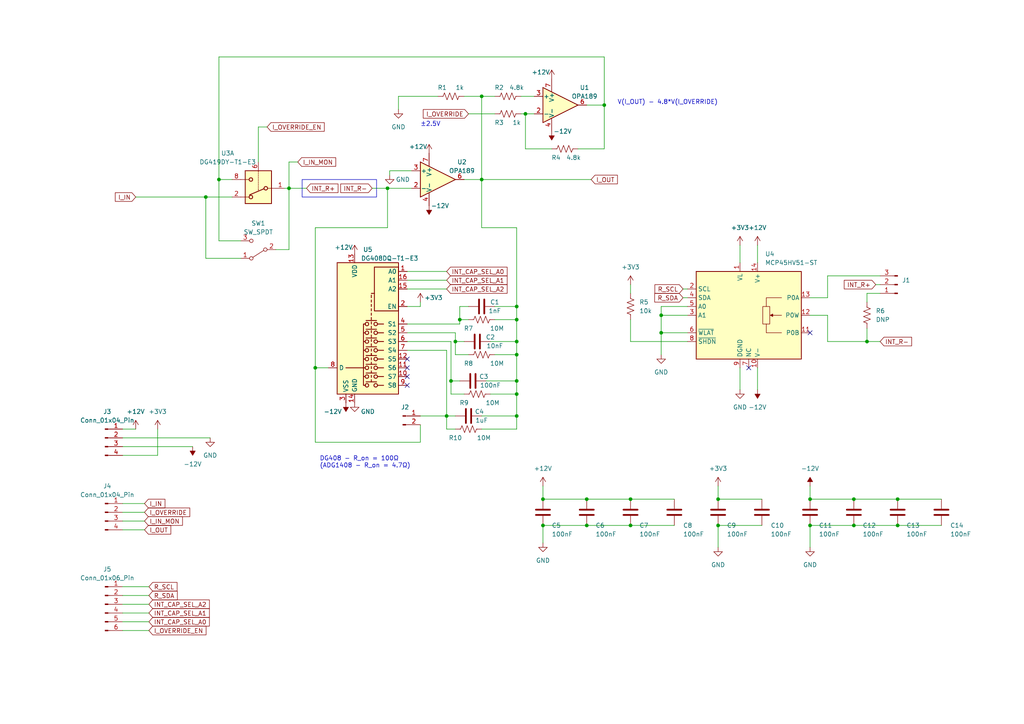
<source format=kicad_sch>
(kicad_sch (version 20230121) (generator eeschema)
  (paper "A4")
  (lib_symbols
    (symbol "Amplifier_Operational:OPA330xxD" (pin_names (offset 0.127))
      (property "Reference" "U" (at 0 6.35 0))
      (property "Value" "OPA330xxD" (at 0 3.81 0))
      (symbol "OPA330xxD_0_1"
        (polyline (pts (xy -5.08 5.08) (xy 5.08 0) (xy -5.08 -5.08) (xy -5.08 5.08)) (stroke (width 0.254)) (fill (type background)))
      )
      (symbol "OPA330xxD_1_1"
        (pin no_connect line (at -2.54 2.54 270) (length 2.54) hide (name "NC") (number "1"))
        (pin input line (at -7.62 -2.54 0) (length 2.54) (name "-") (number "2"))
        (pin input line (at -7.62 2.54 0) (length 2.54) (name "+") (number "3"))
        (pin power_in line (at -2.54 -7.62 90) (length 3.81) (name "V-") (number "4"))
        (pin no_connect line (at 0 2.54 270) (length 2.54) hide (name "NC") (number "5"))
        (pin output line (at 7.62 0 180) (length 2.54) (name "~") (number "6"))
        (pin power_in line (at -2.54 7.62 270) (length 3.81) (name "V+") (number "7"))
        (pin no_connect line (at 0 -2.54 90) (length 2.54) hide (name "NC") (number "8"))
      )
    )
    (symbol "Analog_Switch:ADG1408YRUZ"
      (property "Reference" "U" (at -7.62 23.495 0))
      (property "Value" "ADG1408YRUZ" (at -7.62 21.59 0))
      (symbol "ADG1408YRUZ_0_0"
        (pin power_in line (at 5.08 -20.32 90) (length 2.54) (name "GND") (number "14"))
      )
      (symbol "ADG1408YRUZ_0_1"
        (rectangle (start -7.62 6.35) (end -0.635 19.05) (stroke (width 0.254)))
        (rectangle (start -7.62 20.32) (end 10.16 -17.78) (stroke (width 0.254)) (fill (type background)))
        (circle (center -1.016 -15.24) (radius 0.508) (stroke (width 0.254)))
        (circle (center -1.016 -12.7) (radius 0.508) (stroke (width 0.254)))
        (circle (center -1.016 -10.16) (radius 0.508) (stroke (width 0.254)))
        (circle (center -1.016 -7.62) (radius 0.508) (stroke (width 0.254)))
        (circle (center -1.016 -5.08) (radius 0.508) (stroke (width 0.254)))
        (circle (center -1.016 -2.54) (radius 0.508) (stroke (width 0.254)))
        (circle (center -1.016 0) (radius 0.508) (stroke (width 0.254)))
        (circle (center -1.016 2.54) (radius 0.508) (stroke (width 0.254)))
        (polyline (pts (xy -1.524 -15.24) (xy -3.302 -15.24)) (stroke (width 0.254)))
        (polyline (pts (xy -1.524 -12.7) (xy -3.302 -12.7)) (stroke (width 0.254)))
        (polyline (pts (xy -1.524 -10.16) (xy -3.302 -10.16)) (stroke (width 0.254)))
        (polyline (pts (xy -1.524 -7.62) (xy -3.302 -7.62)) (stroke (width 0.254)))
        (polyline (pts (xy -1.524 -5.08) (xy -3.302 -5.08)) (stroke (width 0.254)))
        (polyline (pts (xy -1.524 -2.54) (xy -3.302 -2.54)) (stroke (width 0.254)))
        (polyline (pts (xy -1.524 0) (xy -3.302 0)) (stroke (width 0.254)))
        (polyline (pts (xy -1.524 2.54) (xy -3.302 2.54)) (stroke (width 0.254)))
        (polyline (pts (xy -1.27 -14.224) (xy 1.778 -14.224)) (stroke (width 0.254)))
        (polyline (pts (xy -1.27 -11.684) (xy 1.778 -11.684)) (stroke (width 0.254)))
        (polyline (pts (xy -1.27 -9.144) (xy 1.778 -9.144)) (stroke (width 0.254)))
        (polyline (pts (xy -1.27 -6.604) (xy 1.778 -6.604)) (stroke (width 0.254)))
        (polyline (pts (xy -1.27 -4.064) (xy 1.778 -4.064)) (stroke (width 0.254)))
        (polyline (pts (xy -1.27 -1.524) (xy 1.778 -1.524)) (stroke (width 0.254)))
        (polyline (pts (xy -1.27 1.016) (xy 1.778 1.016)) (stroke (width 0.254)))
        (polyline (pts (xy -1.27 3.556) (xy 1.778 3.556)) (stroke (width 0.254)))
        (polyline (pts (xy -0.635 11.43) (xy 0 11.43)) (stroke (width 0.254)))
        (polyline (pts (xy 0.254 -14.224) (xy 0.254 -13.589)) (stroke (width 0.254)))
        (polyline (pts (xy 0.254 -12.954) (xy 0.254 -12.319)) (stroke (width 0.254)))
        (polyline (pts (xy 0.254 -11.684) (xy 0.254 -11.049)) (stroke (width 0.254)))
        (polyline (pts (xy 0.254 -10.414) (xy 0.254 -9.779)) (stroke (width 0.254)))
        (polyline (pts (xy 0.254 -9.144) (xy 0.254 -8.509)) (stroke (width 0.254)))
        (polyline (pts (xy 0.254 -7.874) (xy 0.254 -7.239)) (stroke (width 0.254)))
        (polyline (pts (xy 0.254 -6.604) (xy 0.254 -5.969)) (stroke (width 0.254)))
        (polyline (pts (xy 0.254 -6.604) (xy 0.254 -5.969)) (stroke (width 0.254)))
        (polyline (pts (xy 0.254 -5.334) (xy 0.254 -4.699)) (stroke (width 0.254)))
        (polyline (pts (xy 0.254 -3.81) (xy 0.254 -3.175)) (stroke (width 0.254)))
        (polyline (pts (xy 0.254 -2.54) (xy 0.254 -1.905)) (stroke (width 0.254)))
        (polyline (pts (xy 0.254 -1.27) (xy 0.254 -0.635)) (stroke (width 0.254)))
        (polyline (pts (xy 0.254 0) (xy 0.254 0.635)) (stroke (width 0.254)))
        (polyline (pts (xy 0.254 1.27) (xy 0.254 1.905)) (stroke (width 0.254)))
        (polyline (pts (xy 0.254 2.54) (xy 0.254 3.175)) (stroke (width 0.254)))
        (polyline (pts (xy 0.254 3.81) (xy 0.254 4.445)) (stroke (width 0.254)))
        (polyline (pts (xy 0.254 5.08) (xy 0.254 5.715)) (stroke (width 0.254)))
        (polyline (pts (xy 0.254 6.35) (xy 0.254 6.985)) (stroke (width 0.254)))
        (polyline (pts (xy 0.254 7.62) (xy 0.254 8.255)) (stroke (width 0.254)))
        (polyline (pts (xy 0.254 8.89) (xy 0.254 9.525)) (stroke (width 0.254)))
        (polyline (pts (xy 0.254 10.16) (xy 0.254 10.922)) (stroke (width 0.254)))
        (polyline (pts (xy 0.254 11.43) (xy 0 11.43)) (stroke (width 0.254)))
        (polyline (pts (xy 2.032 -12.7) (xy 2.54 -12.7)) (stroke (width 0.254)))
        (polyline (pts (xy 2.032 -10.16) (xy 2.54 -10.16)) (stroke (width 0.254)))
        (polyline (pts (xy 2.032 -7.62) (xy 2.54 -7.62)) (stroke (width 0.254)))
        (polyline (pts (xy 2.032 -5.08) (xy 2.54 -5.08)) (stroke (width 0.254)))
        (polyline (pts (xy 2.032 -2.54) (xy 2.54 -2.54)) (stroke (width 0.254)))
        (polyline (pts (xy 2.032 0) (xy 2.54 0)) (stroke (width 0.254)))
        (polyline (pts (xy 2.54 -10.16) (xy 7.62 -10.16)) (stroke (width 0.254)))
        (polyline (pts (xy 1.905 2.54) (xy 2.54 2.54) (xy 2.54 -15.24) (xy 1.905 -15.24)) (stroke (width 0.254)))
        (circle (center 1.524 -15.24) (radius 0.508) (stroke (width 0.254)))
        (circle (center 1.524 -12.7) (radius 0.508) (stroke (width 0.254)))
        (circle (center 1.524 -10.16) (radius 0.508) (stroke (width 0.254)))
        (circle (center 1.524 -7.62) (radius 0.508) (stroke (width 0.254)))
        (circle (center 1.524 -5.08) (radius 0.508) (stroke (width 0.254)))
        (circle (center 1.524 -2.54) (radius 0.508) (stroke (width 0.254)))
        (circle (center 1.524 0) (radius 0.508) (stroke (width 0.254)))
        (circle (center 1.524 2.54) (radius 0.508) (stroke (width 0.254)))
      )
      (symbol "ADG1408YRUZ_1_1"
        (pin input line (at -10.16 17.78 0) (length 2.54) (name "A0") (number "1"))
        (pin bidirectional line (at -10.16 -12.7 0) (length 2.54) (name "S7") (number "10"))
        (pin bidirectional line (at -10.16 -10.16 0) (length 2.54) (name "S6") (number "11"))
        (pin bidirectional line (at -10.16 -7.62 0) (length 2.54) (name "S5") (number "12"))
        (pin power_in line (at 5.08 22.86 270) (length 2.54) (name "VDD") (number "13"))
        (pin input line (at -10.16 12.7 0) (length 2.54) (name "A2") (number "15"))
        (pin input line (at -10.16 15.24 0) (length 2.54) (name "A1") (number "16"))
        (pin input line (at -10.16 7.62 0) (length 2.54) (name "EN") (number "2"))
        (pin power_in line (at 7.62 -20.32 90) (length 2.54) (name "VSS") (number "3"))
        (pin bidirectional line (at -10.16 2.54 0) (length 2.54) (name "S1") (number "4"))
        (pin bidirectional line (at -10.16 0 0) (length 2.54) (name "S2") (number "5"))
        (pin bidirectional line (at -10.16 -2.54 0) (length 2.54) (name "S3") (number "6"))
        (pin bidirectional line (at -10.16 -5.08 0) (length 2.54) (name "S4") (number "7"))
        (pin bidirectional line (at 12.7 -10.16 180) (length 2.54) (name "D") (number "8"))
        (pin bidirectional line (at -10.16 -15.24 0) (length 2.54) (name "S8") (number "9"))
      )
    )
    (symbol "Analog_Switch:DG419LDY" (pin_names (offset 0.254))
      (property "Reference" "U" (at -3.175 4.699 0))
      (property "Value" "DG419LDY" (at -3.175 2.921 0))
      (symbol "DG419LDY_1_1"
        (rectangle (start -3.81 1.905) (end 3.81 -7.62) (stroke (width 0.254)) (fill (type background)))
        (circle (center -2.159 -2.54) (radius 0.508) (stroke (width 0.254)))
        (polyline (pts (xy -5.08 -2.54) (xy -2.794 -2.54)))
        (polyline (pts (xy -1.651 -2.413) (xy 2.54 -0.635)) (stroke (width 0.254)))
        (polyline (pts (xy 0 -7.62) (xy 0 -7.112)))
        (polyline (pts (xy 0 -6.858) (xy 0 -6.604)))
        (polyline (pts (xy 0 -6.35) (xy 0 -6.096)))
        (polyline (pts (xy 0 -5.842) (xy 0 -5.588)))
        (polyline (pts (xy 0 -5.334) (xy 0 -5.08)))
        (polyline (pts (xy 0 -4.826) (xy 0 -4.572)))
        (polyline (pts (xy 0 -4.318) (xy 0 -4.064)))
        (polyline (pts (xy 0 -3.81) (xy 0 -3.556)))
        (polyline (pts (xy 0 -3.302) (xy 0 -3.048)))
        (polyline (pts (xy 0 -2.794) (xy 0 -2.54)))
        (polyline (pts (xy 0 -2.286) (xy 0 -2.032)))
        (polyline (pts (xy 0 -2.286) (xy 0 -2.032)))
        (polyline (pts (xy 5.08 -5.08) (xy 2.794 -5.08)))
        (polyline (pts (xy 5.08 0) (xy 2.794 0)))
        (circle (center 2.159 -5.08) (radius 0.508) (stroke (width 0.254)))
        (circle (center 2.159 0) (radius 0.508) (stroke (width 0.254)))
        (pin passive line (at -7.62 -2.54 0) (length 2.54) (name "~") (number "1"))
        (pin passive line (at 7.62 0 180) (length 2.54) (name "~") (number "2"))
        (pin input line (at 0 -10.16 90) (length 2.54) (name "~") (number "6"))
        (pin passive line (at 7.62 -5.08 180) (length 2.54) (name "~") (number "8"))
      )
      (symbol "DG419LDY_2_0"
        (pin power_in line (at 0 -12.7 90) (length 2.54) (name "GND") (number "3"))
        (pin power_in line (at 0 12.7 270) (length 2.54) (name "V+") (number "4"))
        (pin power_in line (at 2.54 12.7 270) (length 2.54) (name "VL") (number "5"))
        (pin power_in line (at 2.54 -12.7 90) (length 2.54) (name "V-") (number "7"))
      )
      (symbol "DG419LDY_2_1"
        (rectangle (start -3.81 10.16) (end 6.35 -10.16) (stroke (width 0.254)) (fill (type background)))
      )
    )
    (symbol "Connector:Conn_01x02_Pin" (pin_names (offset 1.016) hide)
      (property "Reference" "J" (at 0 2.54 0))
      (property "Value" "Conn_01x02_Pin" (at 0 -5.08 0))
      (symbol "Conn_01x02_Pin_1_1"
        (polyline (pts (xy 1.27 -2.54) (xy 0.8636 -2.54)) (stroke (width 0.1524)))
        (polyline (pts (xy 1.27 0) (xy 0.8636 0)) (stroke (width 0.1524)))
        (rectangle (start 0.8636 -2.413) (end 0 -2.667) (stroke (width 0.1524)) (fill (type outline)))
        (rectangle (start 0.8636 0.127) (end 0 -0.127) (stroke (width 0.1524)) (fill (type outline)))
        (pin passive line (at 5.08 0 180) (length 3.81) (name "Pin_1") (number "1"))
        (pin passive line (at 5.08 -2.54 180) (length 3.81) (name "Pin_2") (number "2"))
      )
    )
    (symbol "Connector:Conn_01x03_Pin" (pin_names (offset 1.016) hide)
      (property "Reference" "J" (at 0 5.08 0))
      (property "Value" "Conn_01x03_Pin" (at 0 -5.08 0))
      (symbol "Conn_01x03_Pin_1_1"
        (polyline (pts (xy 1.27 -2.54) (xy 0.8636 -2.54)) (stroke (width 0.1524)))
        (polyline (pts (xy 1.27 0) (xy 0.8636 0)) (stroke (width 0.1524)))
        (polyline (pts (xy 1.27 2.54) (xy 0.8636 2.54)) (stroke (width 0.1524)))
        (rectangle (start 0.8636 -2.413) (end 0 -2.667) (stroke (width 0.1524)) (fill (type outline)))
        (rectangle (start 0.8636 0.127) (end 0 -0.127) (stroke (width 0.1524)) (fill (type outline)))
        (rectangle (start 0.8636 2.667) (end 0 2.413) (stroke (width 0.1524)) (fill (type outline)))
        (pin passive line (at 5.08 2.54 180) (length 3.81) (name "Pin_1") (number "1"))
        (pin passive line (at 5.08 0 180) (length 3.81) (name "Pin_2") (number "2"))
        (pin passive line (at 5.08 -2.54 180) (length 3.81) (name "Pin_3") (number "3"))
      )
    )
    (symbol "Connector:Conn_01x04_Pin" (pin_names (offset 1.016) hide)
      (property "Reference" "J" (at 0 5.08 0))
      (property "Value" "Conn_01x04_Pin" (at 0 -7.62 0))
      (symbol "Conn_01x04_Pin_1_1"
        (polyline (pts (xy 1.27 -5.08) (xy 0.8636 -5.08)) (stroke (width 0.1524)))
        (polyline (pts (xy 1.27 -2.54) (xy 0.8636 -2.54)) (stroke (width 0.1524)))
        (polyline (pts (xy 1.27 0) (xy 0.8636 0)) (stroke (width 0.1524)))
        (polyline (pts (xy 1.27 2.54) (xy 0.8636 2.54)) (stroke (width 0.1524)))
        (rectangle (start 0.8636 -4.953) (end 0 -5.207) (stroke (width 0.1524)) (fill (type outline)))
        (rectangle (start 0.8636 -2.413) (end 0 -2.667) (stroke (width 0.1524)) (fill (type outline)))
        (rectangle (start 0.8636 0.127) (end 0 -0.127) (stroke (width 0.1524)) (fill (type outline)))
        (rectangle (start 0.8636 2.667) (end 0 2.413) (stroke (width 0.1524)) (fill (type outline)))
        (pin passive line (at 5.08 2.54 180) (length 3.81) (name "Pin_1") (number "1"))
        (pin passive line (at 5.08 0 180) (length 3.81) (name "Pin_2") (number "2"))
        (pin passive line (at 5.08 -2.54 180) (length 3.81) (name "Pin_3") (number "3"))
        (pin passive line (at 5.08 -5.08 180) (length 3.81) (name "Pin_4") (number "4"))
      )
    )
    (symbol "Connector:Conn_01x06_Pin" (pin_names (offset 1.016) hide)
      (property "Reference" "J" (at 0 7.62 0))
      (property "Value" "Conn_01x06_Pin" (at 0 -10.16 0))
      (symbol "Conn_01x06_Pin_1_1"
        (polyline (pts (xy 1.27 -7.62) (xy 0.8636 -7.62)) (stroke (width 0.1524)))
        (polyline (pts (xy 1.27 -5.08) (xy 0.8636 -5.08)) (stroke (width 0.1524)))
        (polyline (pts (xy 1.27 -2.54) (xy 0.8636 -2.54)) (stroke (width 0.1524)))
        (polyline (pts (xy 1.27 0) (xy 0.8636 0)) (stroke (width 0.1524)))
        (polyline (pts (xy 1.27 2.54) (xy 0.8636 2.54)) (stroke (width 0.1524)))
        (polyline (pts (xy 1.27 5.08) (xy 0.8636 5.08)) (stroke (width 0.1524)))
        (rectangle (start 0.8636 -7.493) (end 0 -7.747) (stroke (width 0.1524)) (fill (type outline)))
        (rectangle (start 0.8636 -4.953) (end 0 -5.207) (stroke (width 0.1524)) (fill (type outline)))
        (rectangle (start 0.8636 -2.413) (end 0 -2.667) (stroke (width 0.1524)) (fill (type outline)))
        (rectangle (start 0.8636 0.127) (end 0 -0.127) (stroke (width 0.1524)) (fill (type outline)))
        (rectangle (start 0.8636 2.667) (end 0 2.413) (stroke (width 0.1524)) (fill (type outline)))
        (rectangle (start 0.8636 5.207) (end 0 4.953) (stroke (width 0.1524)) (fill (type outline)))
        (pin passive line (at 5.08 5.08 180) (length 3.81) (name "Pin_1") (number "1"))
        (pin passive line (at 5.08 2.54 180) (length 3.81) (name "Pin_2") (number "2"))
        (pin passive line (at 5.08 0 180) (length 3.81) (name "Pin_3") (number "3"))
        (pin passive line (at 5.08 -2.54 180) (length 3.81) (name "Pin_4") (number "4"))
        (pin passive line (at 5.08 -5.08 180) (length 3.81) (name "Pin_5") (number "5"))
        (pin passive line (at 5.08 -7.62 180) (length 3.81) (name "Pin_6") (number "6"))
      )
    )
    (symbol "Device:C" (pin_numbers hide) (pin_names (offset 0.254))
      (property "Reference" "C" (at 0.635 2.54 0))
      (property "Value" "C" (at 0.635 -2.54 0))
      (symbol "C_0_1"
        (polyline (pts (xy -2.032 -0.762) (xy 2.032 -0.762)) (stroke (width 0.508)))
        (polyline (pts (xy -2.032 0.762) (xy 2.032 0.762)) (stroke (width 0.508)))
      )
      (symbol "C_1_1"
        (pin passive line (at 0 3.81 270) (length 2.794) (name "~") (number "1"))
        (pin passive line (at 0 -3.81 90) (length 2.794) (name "~") (number "2"))
      )
    )
    (symbol "Device:R_US" (pin_numbers hide) (pin_names (offset 0))
      (property "Reference" "R" (at 2.54 0 90))
      (property "Value" "R_US" (at -2.54 0 90))
      (symbol "R_US_0_1"
        (polyline (pts (xy 0 -2.286) (xy 0 -2.54)))
        (polyline (pts (xy 0 2.286) (xy 0 2.54)))
        (polyline (pts (xy 0 -0.762) (xy 1.016 -1.143) (xy 0 -1.524) (xy -1.016 -1.905) (xy 0 -2.286)))
        (polyline (pts (xy 0 0.762) (xy 1.016 0.381) (xy 0 0) (xy -1.016 -0.381) (xy 0 -0.762)))
        (polyline (pts (xy 0 2.286) (xy 1.016 1.905) (xy 0 1.524) (xy -1.016 1.143) (xy 0 0.762)))
      )
      (symbol "R_US_1_1"
        (pin passive line (at 0 3.81 270) (length 1.27) (name "~") (number "1"))
        (pin passive line (at 0 -3.81 90) (length 1.27) (name "~") (number "2"))
      )
    )
    (symbol "Potentiometer_Digital:MCP45HV51-ST"
      (property "Reference" "U" (at -13.97 13.97 0))
      (property "Value" "MCP45HV51-ST" (at 11.43 13.97 0))
      (symbol "MCP45HV51-ST_0_1"
        (polyline (pts (xy 9.525 0) (xy 6.223 0)))
        (polyline (pts (xy 5.08 -2.54) (xy 5.08 -5.08) (xy 9.525 -5.08)))
        (polyline (pts (xy 5.08 2.54) (xy 5.08 5.08) (xy 9.525 5.08)))
        (polyline (pts (xy 6.223 0) (xy 6.985 0.381) (xy 6.985 -0.381) (xy 6.223 0)) (fill (type outline)))
        (polyline (pts (xy 6.096 2.54) (xy 4.064 2.54) (xy 4.064 -2.54) (xy 6.096 -2.54) (xy 6.096 2.54)))
      )
      (symbol "MCP45HV51-ST_1_1"
        (rectangle (start -15.24 12.7) (end 15.24 -12.7) (stroke (width 0.254)) (fill (type background)))
        (pin power_in line (at -2.54 15.24 270) (length 2.54) (name "VL") (number "1"))
        (pin power_in line (at 2.54 -15.24 90) (length 2.54) (name "V-") (number "10"))
        (pin passive line (at 17.78 -5.08 180) (length 2.54) (name "P0B") (number "11"))
        (pin passive line (at 17.78 0 180) (length 2.54) (name "P0W") (number "12"))
        (pin passive line (at 17.78 5.08 180) (length 2.54) (name "P0A") (number "13"))
        (pin power_in line (at 2.54 15.24 270) (length 2.54) (name "V+") (number "14"))
        (pin input line (at -17.78 7.62 0) (length 2.54) (name "SCL") (number "2"))
        (pin input line (at -17.78 0 0) (length 2.54) (name "A1") (number "3"))
        (pin bidirectional line (at -17.78 5.08 0) (length 2.54) (name "SDA") (number "4"))
        (pin input line (at -17.78 2.54 0) (length 2.54) (name "A0") (number "5"))
        (pin input line (at -17.78 -5.08 0) (length 2.54) (name "~{WLAT}") (number "6"))
        (pin passive line (at 0 -15.24 90) (length 2.54) (name "NC") (number "7"))
        (pin input line (at -17.78 -7.62 0) (length 2.54) (name "~{SHDN}") (number "8"))
        (pin power_in line (at -2.54 -15.24 90) (length 2.54) (name "DGND") (number "9"))
      )
    )
    (symbol "Switch:SW_SPDT" (pin_names (offset 0) hide)
      (property "Reference" "SW" (at 0 4.318 0))
      (property "Value" "SW_SPDT" (at 0 -5.08 0))
      (symbol "SW_SPDT_0_0"
        (circle (center -2.032 0) (radius 0.508))
        (circle (center 2.032 -2.54) (radius 0.508))
      )
      (symbol "SW_SPDT_0_1"
        (polyline (pts (xy -1.524 0.254) (xy 1.651 2.286)))
        (circle (center 2.032 2.54) (radius 0.508))
      )
      (symbol "SW_SPDT_1_1"
        (pin passive line (at 5.08 2.54 180) (length 2.54) (name "A") (number "1"))
        (pin passive line (at -5.08 0 0) (length 2.54) (name "B") (number "2"))
        (pin passive line (at 5.08 -2.54 180) (length 2.54) (name "C") (number "3"))
      )
    )
    (symbol "power:+12V" (power) (pin_names (offset 0))
      (property "Value" "+12V" (at 0 3.556 0))
      (symbol "+12V_0_1"
        (polyline (pts (xy -0.762 1.27) (xy 0 2.54)))
        (polyline (pts (xy 0 0) (xy 0 2.54)))
        (polyline (pts (xy 0 2.54) (xy 0.762 1.27)))
      )
      (symbol "+12V_1_1"
        (pin power_in line (at 0 0 90) (length 0) hide (name "+12V") (number "1"))
      )
    )
    (symbol "power:+3V3" (power) (pin_names (offset 0))
      (property "Value" "+3V3" (at 0 3.556 0))
      (symbol "+3V3_0_1"
        (polyline (pts (xy -0.762 1.27) (xy 0 2.54)))
        (polyline (pts (xy 0 0) (xy 0 2.54)))
        (polyline (pts (xy 0 2.54) (xy 0.762 1.27)))
      )
      (symbol "+3V3_1_1"
        (pin power_in line (at 0 0 90) (length 0) hide (name "+3V3") (number "1"))
      )
    )
    (symbol "power:-12V" (power) (pin_names (offset 0))
      (property "Value" "-12V" (at 0 3.81 0))
      (symbol "-12V_0_0"
        (pin power_in line (at 0 0 90) (length 0) hide (name "-12V") (number "1"))
      )
      (symbol "-12V_0_1"
        (polyline (pts (xy 0 0) (xy 0 1.27) (xy 0.762 1.27) (xy 0 2.54) (xy -0.762 1.27) (xy 0 1.27)) (fill (type outline)))
      )
    )
    (symbol "power:GND" (power) (pin_names (offset 0))
      (property "Value" "GND" (at 0 -3.81 0))
      (symbol "GND_0_1"
        (polyline (pts (xy 0 0) (xy 0 -1.27) (xy 1.27 -1.27) (xy 0 -2.54) (xy -1.27 -1.27) (xy 0 -1.27)))
      )
      (symbol "GND_1_1"
        (pin power_in line (at 0 0 270) (length 0) hide (name "GND") (number "1"))
      )
    )
  )
  (junction (at 191.77 96.52))
  (junction (at 170.18 144.78))
  (junction (at 133.35 92.71))
  (junction (at 170.18 152.4))
  (junction (at 91.44 106.68))
  (junction (at 63.5 52.07))
  (junction (at 182.88 144.78))
  (junction (at 182.88 152.4))
  (junction (at 157.48 144.78))
  (junction (at 208.28 152.4))
  (junction (at 260.35 152.4))
  (junction (at 112.395 54.61))
  (junction (at 175.26 30.48))
  (junction (at 191.77 91.44))
  (junction (at 149.86 110.49))
  (junction (at 130.81 110.49))
  (junction (at 59.69 57.15))
  (junction (at 139.7 27.94))
  (junction (at 149.86 114.3))
  (junction (at 83.82 54.61))
  (junction (at 247.65 152.4))
  (junction (at 129.54 120.65))
  (junction (at 149.86 102.87))
  (junction (at 208.28 144.78))
  (junction (at 149.86 92.71))
  (junction (at 260.35 144.78))
  (junction (at 152.4 33.02))
  (junction (at 234.95 152.4))
  (junction (at 149.86 99.06))
  (junction (at 132.08 99.06))
  (junction (at 139.7 52.07))
  (junction (at 149.86 120.65))
  (junction (at 251.46 99.06))
  (junction (at 234.95 144.78))
  (junction (at 149.86 88.9))
  (junction (at 247.65 144.78))
  (junction (at 157.48 152.4))
  (no_connect (at 118.11 104.14))
  (no_connect (at 234.95 96.52))
  (no_connect (at 118.11 109.22))
  (no_connect (at 217.17 106.68))
  (no_connect (at 118.11 106.68))
  (no_connect (at 118.11 111.76))
  (wire (pts (xy 175.26 30.48) (xy 175.26 16.51)))
  (wire (pts (xy 35.56 175.26) (xy 43.18 175.26)))
  (wire (pts (xy 80.01 72.39) (xy 83.82 72.39)))
  (wire (pts (xy 135.89 33.02) (xy 143.51 33.02)))
  (wire (pts (xy 139.7 27.94) (xy 143.51 27.94)))
  (wire (pts (xy 182.88 152.4) (xy 195.58 152.4)))
  (wire (pts (xy 149.86 88.9) (xy 143.51 88.9)))
  (wire (pts (xy 254 82.55) (xy 255.27 82.55)))
  (wire (pts (xy 134.62 27.94) (xy 139.7 27.94)))
  (wire (pts (xy 133.35 92.71) (xy 133.35 88.9)))
  (wire (pts (xy 35.56 153.67) (xy 41.91 153.67)))
  (wire (pts (xy 199.39 96.52) (xy 191.77 96.52)))
  (wire (pts (xy 251.46 87.63) (xy 251.46 85.09)))
  (wire (pts (xy 182.88 92.71) (xy 182.88 99.06)))
  (wire (pts (xy 35.56 127) (xy 60.96 127)))
  (wire (pts (xy 115.57 27.94) (xy 115.57 31.75)))
  (wire (pts (xy 129.54 124.46) (xy 129.54 120.65)))
  (wire (pts (xy 240.03 80.01) (xy 240.03 86.36)))
  (wire (pts (xy 234.95 144.78) (xy 247.65 144.78)))
  (wire (pts (xy 130.81 110.49) (xy 133.35 110.49)))
  (wire (pts (xy 198.12 86.36) (xy 199.39 86.36)))
  (wire (pts (xy 182.88 82.55) (xy 182.88 85.09)))
  (wire (pts (xy 63.5 52.07) (xy 63.5 69.85)))
  (wire (pts (xy 118.11 81.28) (xy 129.54 81.28)))
  (wire (pts (xy 240.03 86.36) (xy 234.95 86.36)))
  (wire (pts (xy 39.37 57.15) (xy 59.69 57.15)))
  (wire (pts (xy 35.56 129.54) (xy 55.88 129.54)))
  (wire (pts (xy 113.03 49.53) (xy 113.03 50.8)))
  (wire (pts (xy 118.11 101.6) (xy 129.54 101.6)))
  (wire (pts (xy 191.77 88.9) (xy 199.39 88.9)))
  (wire (pts (xy 143.51 102.87) (xy 149.86 102.87)))
  (wire (pts (xy 149.86 102.87) (xy 149.86 110.49)))
  (wire (pts (xy 208.28 140.97) (xy 208.28 144.78)))
  (wire (pts (xy 130.81 114.3) (xy 134.62 114.3)))
  (wire (pts (xy 170.18 30.48) (xy 175.26 30.48)))
  (wire (pts (xy 199.39 99.06) (xy 182.88 99.06)))
  (wire (pts (xy 91.44 128.27) (xy 91.44 106.68)))
  (wire (pts (xy 107.95 54.61) (xy 112.395 54.61)))
  (wire (pts (xy 142.24 99.06) (xy 149.86 99.06)))
  (wire (pts (xy 35.56 170.18) (xy 43.18 170.18)))
  (wire (pts (xy 151.13 27.94) (xy 154.94 27.94)))
  (wire (pts (xy 63.5 16.51) (xy 63.5 52.07)))
  (wire (pts (xy 118.11 88.9) (xy 121.92 88.9)))
  (wire (pts (xy 82.55 54.61) (xy 83.82 54.61)))
  (wire (pts (xy 133.35 88.9) (xy 135.89 88.9)))
  (wire (pts (xy 157.48 140.97) (xy 157.48 144.78)))
  (wire (pts (xy 170.18 144.78) (xy 182.88 144.78)))
  (wire (pts (xy 139.7 124.46) (xy 149.86 124.46)))
  (wire (pts (xy 130.81 99.06) (xy 130.81 110.49)))
  (wire (pts (xy 132.08 120.65) (xy 129.54 120.65)))
  (wire (pts (xy 149.86 92.71) (xy 149.86 99.06)))
  (wire (pts (xy 247.65 152.4) (xy 260.35 152.4)))
  (wire (pts (xy 149.86 88.9) (xy 149.86 92.71)))
  (wire (pts (xy 149.86 66.04) (xy 139.7 66.04)))
  (wire (pts (xy 43.18 182.88) (xy 35.56 182.88)))
  (wire (pts (xy 121.92 87.63) (xy 121.92 88.9)))
  (wire (pts (xy 130.81 99.06) (xy 118.11 99.06)))
  (wire (pts (xy 135.89 102.87) (xy 132.08 102.87)))
  (wire (pts (xy 129.54 124.46) (xy 132.08 124.46)))
  (wire (pts (xy 132.08 99.06) (xy 132.08 96.52)))
  (wire (pts (xy 208.28 152.4) (xy 220.98 152.4)))
  (wire (pts (xy 240.03 99.06) (xy 251.46 99.06)))
  (wire (pts (xy 112.395 54.61) (xy 119.38 54.61)))
  (wire (pts (xy 35.56 124.46) (xy 39.37 124.46)))
  (wire (pts (xy 83.82 46.99) (xy 83.82 54.61)))
  (wire (pts (xy 149.86 110.49) (xy 149.86 114.3)))
  (wire (pts (xy 59.69 57.15) (xy 67.31 57.15)))
  (wire (pts (xy 240.03 80.01) (xy 255.27 80.01)))
  (wire (pts (xy 112.395 66.04) (xy 112.395 54.61)))
  (wire (pts (xy 175.26 30.48) (xy 175.26 43.18)))
  (wire (pts (xy 86.36 46.99) (xy 83.82 46.99)))
  (wire (pts (xy 149.86 120.65) (xy 139.7 120.65)))
  (wire (pts (xy 234.95 152.4) (xy 247.65 152.4)))
  (wire (pts (xy 151.13 33.02) (xy 152.4 33.02)))
  (wire (pts (xy 182.88 144.78) (xy 195.58 144.78)))
  (wire (pts (xy 143.51 92.71) (xy 149.86 92.71)))
  (wire (pts (xy 118.11 78.74) (xy 129.54 78.74)))
  (wire (pts (xy 152.4 33.02) (xy 154.94 33.02)))
  (wire (pts (xy 191.77 91.44) (xy 191.77 96.52)))
  (wire (pts (xy 208.28 144.78) (xy 220.98 144.78)))
  (wire (pts (xy 240.03 91.44) (xy 234.95 91.44)))
  (wire (pts (xy 152.4 33.02) (xy 152.4 43.18)))
  (wire (pts (xy 191.77 88.9) (xy 191.77 91.44)))
  (wire (pts (xy 74.93 36.83) (xy 74.93 46.99)))
  (wire (pts (xy 83.82 54.61) (xy 83.82 72.39)))
  (wire (pts (xy 149.86 110.49) (xy 140.97 110.49)))
  (wire (pts (xy 121.92 123.19) (xy 121.92 128.27)))
  (wire (pts (xy 214.63 106.68) (xy 214.63 113.03)))
  (wire (pts (xy 170.18 152.4) (xy 182.88 152.4)))
  (wire (pts (xy 149.86 102.87) (xy 149.86 99.06)))
  (wire (pts (xy 251.46 85.09) (xy 255.27 85.09)))
  (wire (pts (xy 35.56 180.34) (xy 43.18 180.34)))
  (wire (pts (xy 199.39 91.44) (xy 191.77 91.44)))
  (wire (pts (xy 35.56 132.08) (xy 45.72 132.08)))
  (wire (pts (xy 77.47 36.83) (xy 74.93 36.83)))
  (wire (pts (xy 132.08 99.06) (xy 134.62 99.06)))
  (wire (pts (xy 132.08 96.52) (xy 118.11 96.52)))
  (wire (pts (xy 63.5 16.51) (xy 175.26 16.51)))
  (wire (pts (xy 91.44 66.04) (xy 112.395 66.04)))
  (wire (pts (xy 219.71 71.12) (xy 219.71 76.2)))
  (wire (pts (xy 35.56 177.8) (xy 43.18 177.8)))
  (wire (pts (xy 35.56 172.72) (xy 43.18 172.72)))
  (wire (pts (xy 260.35 152.4) (xy 273.05 152.4)))
  (wire (pts (xy 214.63 71.12) (xy 214.63 76.2)))
  (wire (pts (xy 198.12 83.82) (xy 199.39 83.82)))
  (wire (pts (xy 130.81 110.49) (xy 130.81 114.3)))
  (wire (pts (xy 139.7 27.94) (xy 139.7 52.07)))
  (wire (pts (xy 149.86 114.3) (xy 149.86 120.65)))
  (wire (pts (xy 152.4 43.18) (xy 160.02 43.18)))
  (wire (pts (xy 234.95 152.4) (xy 234.95 158.75)))
  (wire (pts (xy 35.56 146.05) (xy 41.91 146.05)))
  (wire (pts (xy 260.35 144.78) (xy 273.05 144.78)))
  (wire (pts (xy 35.56 148.59) (xy 41.91 148.59)))
  (wire (pts (xy 121.92 128.27) (xy 91.44 128.27)))
  (wire (pts (xy 251.46 99.06) (xy 255.27 99.06)))
  (wire (pts (xy 121.92 120.65) (xy 129.54 120.65)))
  (wire (pts (xy 91.44 106.68) (xy 91.44 66.04)))
  (wire (pts (xy 149.86 124.46) (xy 149.86 120.65)))
  (wire (pts (xy 118.11 83.82) (xy 129.54 83.82)))
  (wire (pts (xy 157.48 152.4) (xy 157.48 157.48)))
  (wire (pts (xy 247.65 144.78) (xy 260.35 144.78)))
  (wire (pts (xy 191.77 96.52) (xy 191.77 102.87)))
  (wire (pts (xy 219.71 106.68) (xy 219.71 113.03)))
  (wire (pts (xy 240.03 99.06) (xy 240.03 91.44)))
  (wire (pts (xy 234.95 140.97) (xy 234.95 144.78)))
  (wire (pts (xy 118.11 93.98) (xy 133.35 93.98)))
  (wire (pts (xy 133.35 92.71) (xy 135.89 92.71)))
  (wire (pts (xy 45.72 132.08) (xy 45.72 124.46)))
  (wire (pts (xy 134.62 52.07) (xy 139.7 52.07)))
  (wire (pts (xy 208.28 152.4) (xy 208.28 158.75)))
  (wire (pts (xy 95.25 106.68) (xy 91.44 106.68)))
  (wire (pts (xy 157.48 144.78) (xy 170.18 144.78)))
  (wire (pts (xy 133.35 93.98) (xy 133.35 92.71)))
  (wire (pts (xy 129.54 101.6) (xy 129.54 120.65)))
  (wire (pts (xy 132.08 99.06) (xy 132.08 102.87)))
  (wire (pts (xy 35.56 151.13) (xy 41.91 151.13)))
  (wire (pts (xy 127 27.94) (xy 115.57 27.94)))
  (wire (pts (xy 59.69 74.93) (xy 59.69 57.15)))
  (wire (pts (xy 251.46 95.25) (xy 251.46 99.06)))
  (wire (pts (xy 149.86 66.04) (xy 149.86 88.9)))
  (wire (pts (xy 142.24 114.3) (xy 149.86 114.3)))
  (wire (pts (xy 119.38 49.53) (xy 113.03 49.53)))
  (wire (pts (xy 83.82 54.61) (xy 88.9 54.61)))
  (wire (pts (xy 139.7 52.07) (xy 171.45 52.07)))
  (wire (pts (xy 63.5 69.85) (xy 69.85 69.85)))
  (wire (pts (xy 167.64 43.18) (xy 175.26 43.18)))
  (wire (pts (xy 157.48 152.4) (xy 170.18 152.4)))
  (wire (pts (xy 69.85 74.93) (xy 59.69 74.93)))
  (wire (pts (xy 139.7 52.07) (xy 139.7 66.04)))
  (wire (pts (xy 63.5 52.07) (xy 67.31 52.07)))
  (rectangle (start 87.63 52.07) (end 109.22 57.15))
  (text "±2.5V" (at 121.92 36.83 0) (effects (font (size 1.27 1.27)) (justify left bottom)))
  (text "V(I_OUT) - 4.8*V(I_OVERRIDE)" (at 179.07 30.48 0) (effects (font (size 1.27 1.27)) (justify left bottom)))
  (text "DG408 - R_on = 100Ω\n(ADG1408 - R_on = 4.7Ω)" (at 92.71 135.89 0) (effects (font (size 1.27 1.27)) (justify left bottom)))
  (global_label "INT_R-" (shape input) (at 107.95 54.61 180) (property "Intersheetrefs" "${INTERSHEET_REFS}" (effects hide)))
  (global_label "INT_CAP_SEL_A1" (shape input) (at 129.54 81.28 0) (property "Intersheetrefs" "${INTERSHEET_REFS}" (effects hide)))
  (global_label "I_IN" (shape input) (at 41.91 146.05 0) (property "Intersheetrefs" "${INTERSHEET_REFS}" (effects hide)))
  (global_label "I_IN" (shape input) (at 39.37 57.15 180) (property "Intersheetrefs" "${INTERSHEET_REFS}" (effects hide)))
  (global_label "INT_CAP_SEL_A0" (shape input) (at 43.18 180.34 0) (property "Intersheetrefs" "${INTERSHEET_REFS}" (effects hide)))
  (global_label "INT_R-" (shape input) (at 255.27 99.06 0) (property "Intersheetrefs" "${INTERSHEET_REFS}" (effects hide)))
  (global_label "I_IN_MON" (shape input) (at 41.91 151.13 0) (property "Intersheetrefs" "${INTERSHEET_REFS}" (effects hide)))
  (global_label "I_OVERRIDE_EN" (shape input) (at 77.47 36.83 0) (property "Intersheetrefs" "${INTERSHEET_REFS}" (effects hide)))
  (global_label "I_OVERRIDE" (shape input) (at 135.89 33.02 180) (property "Intersheetrefs" "${INTERSHEET_REFS}" (effects hide)))
  (global_label "R_SCL" (shape input) (at 198.12 83.82 180) (property "Intersheetrefs" "${INTERSHEET_REFS}" (effects hide)))
  (global_label "I_IN_MON" (shape input) (at 86.36 46.99 0) (property "Intersheetrefs" "${INTERSHEET_REFS}" (effects hide)))
  (global_label "R_SDA" (shape input) (at 43.18 172.72 0) (property "Intersheetrefs" "${INTERSHEET_REFS}" (effects hide)))
  (global_label "I_OUT" (shape input) (at 171.45 52.07 0) (property "Intersheetrefs" "${INTERSHEET_REFS}" (effects hide)))
  (global_label "R_SCL" (shape input) (at 43.18 170.18 0) (property "Intersheetrefs" "${INTERSHEET_REFS}" (effects hide)))
  (global_label "INT_CAP_SEL_A2" (shape input) (at 129.54 83.82 0) (property "Intersheetrefs" "${INTERSHEET_REFS}" (effects hide)))
  (global_label "INT_R+" (shape input) (at 88.9 54.61 0) (property "Intersheetrefs" "${INTERSHEET_REFS}" (effects hide)))
  (global_label "R_SDA" (shape input) (at 198.12 86.36 180) (property "Intersheetrefs" "${INTERSHEET_REFS}" (effects hide)))
  (global_label "I_OVERRIDE" (shape input) (at 41.91 148.59 0) (property "Intersheetrefs" "${INTERSHEET_REFS}" (effects hide)))
  (global_label "INT_CAP_SEL_A0" (shape input) (at 129.54 78.74 0) (property "Intersheetrefs" "${INTERSHEET_REFS}" (effects hide)))
  (global_label "INT_CAP_SEL_A2" (shape input) (at 43.18 175.26 0) (property "Intersheetrefs" "${INTERSHEET_REFS}" (effects hide)))
  (global_label "INT_CAP_SEL_A1" (shape input) (at 43.18 177.8 0) (property "Intersheetrefs" "${INTERSHEET_REFS}" (effects hide)))
  (global_label "I_OUT" (shape input) (at 41.91 153.67 0) (property "Intersheetrefs" "${INTERSHEET_REFS}" (effects hide)))
  (global_label "I_OVERRIDE_EN" (shape input) (at 43.18 182.88 0) (property "Intersheetrefs" "${INTERSHEET_REFS}" (effects hide)))
  (global_label "INT_R+" (shape input) (at 254 82.55 180) (property "Intersheetrefs" "${INTERSHEET_REFS}" (effects hide)))
  (symbol (lib_id "power:GND") (at 191.77 102.87 0) (unit 1)
    (property "Reference" "#PWR011" (effects hide))
    (property "Value" "GND" (at 191.77 107.95 0))
  )
  (symbol (lib_id "Device:R_US") (at 147.32 33.02 90) (unit 1)
    (property "Reference" "R3" (at 144.78 35.56 90))
    (property "Value" "1k" (at 149.86 35.56 90))
    (property "Footprint" "Resistor_SMD:R_0603_1608Metric" (effects hide))
  )
  (symbol (lib_id "Device:C") (at 138.43 99.06 270) (mirror x) (unit 1)
    (property "Reference" "C2" (at 142.24 97.79 90))
    (property "Value" "10nF" (at 143.51 100.33 90))
    (property "Footprint" "Capacitor_SMD:C_0805_2012Metric" (effects hide))
  )
  (symbol (lib_id "power:GND") (at 115.57 31.75 0) (unit 1)
    (property "Reference" "#PWR02" (effects hide))
    (property "Value" "GND" (at 115.57 36.83 0))
  )
  (symbol (lib_id "Device:C") (at 260.35 148.59 0) (unit 1)
    (property "Reference" "C13" (at 262.89 152.4 0) (effects (justify left)))
    (property "Value" "100nF" (at 262.89 154.94 0) (effects (justify left)))
    (property "Footprint" "Capacitor_SMD:C_0805_2012Metric" (effects hide))
  )
  (symbol (lib_id "power:+12V") (at 39.37 124.46 0) (unit 1)
    (property "Reference" "#PWR017" (effects hide))
    (property "Value" "+12V" (at 39.37 119.38 0))
  )
  (symbol (lib_id "Device:R_US") (at 135.89 124.46 90) (unit 1)
    (property "Reference" "R10" (at 132.08 127 90))
    (property "Value" "10M" (at 140.335 127 90))
    (property "Footprint" "Resistor_SMD:R_0603_1608Metric" (effects hide))
    (property "DIGIKEY" "311-10MARCT-ND" (effects hide))
    (property "PARTNO" "RC0805JR-0710ML" (effects hide))
  )
  (symbol (lib_id "power:GND") (at 102.87 116.84 0) (unit 1)
    (property "Reference" "#PWR016" (effects hide))
    (property "Value" "GND" (at 106.68 119.38 0))
  )
  (symbol (lib_id "Device:R_US") (at 182.88 88.9 0) (unit 1)
    (property "Reference" "R5" (at 185.42 87.63 0) (effects (justify left)))
    (property "Value" "10k" (at 185.42 90.17 0) (effects (justify left)))
    (property "Footprint" "Resistor_SMD:R_0603_1608Metric" (effects hide))
  )
  (symbol (lib_id "Connector:Conn_01x04_Pin") (at 30.48 148.59 0) (unit 1)
    (property "Reference" "J4" (at 31.115 140.97 0))
    (property "Value" "Conn_01x04_Pin" (at 31.115 143.51 0))
    (property "Footprint" "Connector_PinHeader_2.54mm:PinHeader_1x04_P2.54mm_Vertical" (effects hide))
  )
  (symbol (lib_id "Device:R_US") (at 139.7 102.87 90) (unit 1)
    (property "Reference" "R8" (at 135.89 105.41 90))
    (property "Value" "10M" (at 144.145 105.41 90))
    (property "Footprint" "Resistor_SMD:R_0603_1608Metric" (effects hide))
    (property "DIGIKEY" "311-10MARCT-ND" (effects hide))
    (property "PARTNO" "RC0805JR-0710ML" (effects hide))
  )
  (symbol (lib_id "power:+3V3") (at 45.72 124.46 0) (unit 1)
    (property "Reference" "#PWR018" (effects hide))
    (property "Value" "+3V3" (at 45.72 119.38 0))
  )
  (symbol (lib_id "Device:C") (at 157.48 148.59 0) (unit 1)
    (property "Reference" "C5" (at 160.02 152.4 0) (effects (justify left)))
    (property "Value" "100nF" (at 160.02 154.94 0) (effects (justify left)))
    (property "Footprint" "Capacitor_SMD:C_0805_2012Metric" (effects hide))
  )
  (symbol (lib_id "Device:C") (at 208.28 148.59 0) (unit 1)
    (property "Reference" "C9" (at 210.82 152.4 0) (effects (justify left)))
    (property "Value" "100nF" (at 210.82 154.94 0) (effects (justify left)))
    (property "Footprint" "Capacitor_SMD:C_0805_2012Metric" (effects hide))
  )
  (symbol (lib_id "power:+3V3") (at 182.88 82.55 0) (unit 1)
    (property "Reference" "#PWR09" (effects hide))
    (property "Value" "+3V3" (at 182.88 77.47 0))
  )
  (symbol (lib_id "power:+12V") (at 102.87 73.66 0) (unit 1)
    (property "Reference" "#PWR010" (effects hide))
    (property "Value" "+12V" (at 99.695 71.755 0))
  )
  (symbol (lib_id "Device:C") (at 170.18 148.59 0) (unit 1)
    (property "Reference" "C6" (at 172.72 152.4 0) (effects (justify left)))
    (property "Value" "100nF" (at 172.72 154.94 0) (effects (justify left)))
    (property "Footprint" "Capacitor_SMD:C_0805_2012Metric" (effects hide))
  )
  (symbol (lib_id "Device:C") (at 137.16 110.49 270) (mirror x) (unit 1)
    (property "Reference" "C3" (at 140.335 109.22 90))
    (property "Value" "100nF" (at 142.24 111.76 90))
    (property "Footprint" "Capacitor_SMD:C_0805_2012Metric" (effects hide))
  )
  (symbol (lib_id "power:GND") (at 208.28 158.75 0) (unit 1)
    (property "Reference" "#PWR025" (effects hide))
    (property "Value" "GND" (at 208.28 163.83 0))
  )
  (symbol (lib_id "power:-12V") (at 160.02 38.1 180) (unit 1)
    (property "Reference" "#PWR03" (effects hide))
    (property "Value" "-12V" (at 163.195 38.1 0))
  )
  (symbol (lib_id "Connector:Conn_01x02_Pin") (at 116.84 120.65 0) (unit 1)
    (property "Reference" "J2" (at 117.475 118.11 0))
    (property "Value" "Conn_01x02_Pin" (effects hide))
    (property "Footprint" "Connector_PinHeader_2.54mm:PinHeader_1x02_P2.54mm_Vertical" (effects hide))
  )
  (symbol (lib_id "Device:C") (at 195.58 148.59 0) (unit 1)
    (property "Reference" "C8" (at 198.12 152.4 0) (effects (justify left)))
    (property "Value" "100nF" (at 198.12 154.94 0) (effects (justify left)))
    (property "Footprint" "Capacitor_SMD:C_0805_2012Metric" (effects hide))
  )
  (symbol (lib_id "Amplifier_Operational:OPA330xxD") (at 162.56 30.48 0) (unit 1)
    (property "Reference" "U1" (at 169.545 25.4 0))
    (property "Value" "OPA189" (at 169.545 27.94 0))
    (property "Footprint" "Package_SO:SOIC-8_3.9x4.9mm_P1.27mm" (effects hide))
    (property "Datasheet" "http://www.ti.com/lit/ds/symlink/opa330.pdf" (effects hide))
    (property "DIGIKEY" "296-47522-ND" (effects hide))
    (property "PARTNO" "OPA189ID" (effects hide))
  )
  (symbol (lib_id "power:+3V3") (at 121.92 87.63 0) (unit 1)
    (property "Reference" "#PWR012" (effects hide))
    (property "Value" "+3V3" (at 125.73 86.36 0))
  )
  (symbol (lib_id "power:-12V") (at 124.46 59.69 180) (unit 1)
    (property "Reference" "#PWR08" (effects hide))
    (property "Value" "-12V" (at 127.635 59.69 0))
  )
  (symbol (lib_id "power:GND") (at 234.95 158.75 0) (unit 1)
    (property "Reference" "#PWR026" (effects hide))
    (property "Value" "GND" (at 234.95 163.83 0))
  )
  (symbol (lib_id "power:+12V") (at 157.48 140.97 0) (unit 1)
    (property "Reference" "#PWR021" (effects hide))
    (property "Value" "+12V" (at 157.48 135.89 0))
  )
  (symbol (lib_id "Device:R_US") (at 138.43 114.3 90) (unit 1)
    (property "Reference" "R9" (at 134.62 116.84 90))
    (property "Value" "10M" (at 142.875 116.84 90))
    (property "Footprint" "Resistor_SMD:R_0603_1608Metric" (effects hide))
    (property "DIGIKEY" "311-10MARCT-ND" (effects hide))
    (property "PARTNO" "RC0805JR-0710ML" (effects hide))
  )
  (symbol (lib_id "power:GND") (at 60.96 127 0) (unit 1)
    (property "Reference" "#PWR019" (effects hide))
    (property "Value" "GND" (at 60.96 132.08 0))
  )
  (symbol (lib_id "Connector:Conn_01x03_Pin") (at 260.35 82.55 180) (unit 1)
    (property "Reference" "J1" (at 261.62 81.28 0) (effects (justify right)))
    (property "Value" "Conn_01x03_Pin" (effects hide))
    (property "Footprint" "Connector_PinHeader_2.54mm:PinHeader_1x03_P2.54mm_Vertical" (effects hide))
  )
  (symbol (lib_id "Device:C") (at 182.88 148.59 0) (unit 1)
    (property "Reference" "C7" (at 185.42 152.4 0) (effects (justify left)))
    (property "Value" "100nF" (at 185.42 154.94 0) (effects (justify left)))
    (property "Footprint" "Capacitor_SMD:C_0805_2012Metric" (effects hide))
  )
  (symbol (lib_id "Potentiometer_Digital:MCP45HV51-ST") (at 217.17 91.44 0) (unit 1)
    (property "Reference" "U4" (at 221.9041 73.66 0) (effects (justify left)))
    (property "Value" "MCP45HV51-ST" (at 221.9041 76.2 0) (effects (justify left)))
    (property "Footprint" "Package_SO:TSSOP-14_4.4x5mm_P0.65mm" (effects hide))
    (property "Datasheet" "http://ww1.microchip.com/downloads/en/DeviceDoc/20005304A.pdf" (effects hide))
  )
  (symbol (lib_id "power:-12V") (at 219.71 113.03 180) (unit 1)
    (property "Reference" "#PWR014" (effects hide))
    (property "Value" "-12V" (at 219.71 118.11 0))
  )
  (symbol (lib_id "Device:C") (at 234.95 148.59 0) (unit 1)
    (property "Reference" "C11" (at 237.49 152.4 0) (effects (justify left)))
    (property "Value" "100nF" (at 237.49 154.94 0) (effects (justify left)))
    (property "Footprint" "Capacitor_SMD:C_0805_2012Metric" (effects hide))
  )
  (symbol (lib_id "Device:R_US") (at 139.7 92.71 90) (unit 1)
    (property "Reference" "R7" (at 135.89 95.25 90))
    (property "Value" "10M" (at 144.145 95.25 90))
    (property "Footprint" "Resistor_SMD:R_0603_1608Metric" (effects hide))
    (property "DIGIKEY" "311-10MARCT-ND" (effects hide))
    (property "PARTNO" "RC0805JR-0710ML" (effects hide))
  )
  (symbol (lib_id "Device:C") (at 139.7 88.9 270) (mirror x) (unit 1)
    (property "Reference" "C1" (at 143.51 87.63 90))
    (property "Value" "1nF" (at 143.51 90.17 90))
    (property "Footprint" "Capacitor_SMD:C_0805_2012Metric" (effects hide))
  )
  (symbol (lib_id "Analog_Switch:ADG1408YRUZ") (at 107.95 96.52 0) (mirror y) (unit 1)
    (property "Reference" "U5" (at 106.68 72.39 0))
    (property "Value" "DG408DQ-T1-E3" (at 113.03 74.93 0))
    (property "Footprint" "Package_SO:TSSOP-16_4.4x5mm_P0.65mm" (effects hide))
    (property "Datasheet" "https://www.vishay.com/docs/70062/dg408.pdf" (effects hide))
  )
  (symbol (lib_id "power:GND") (at 113.03 50.8 0) (unit 1)
    (property "Reference" "#PWR05" (effects hide))
    (property "Value" "GND" (at 116.84 52.07 0))
  )
  (symbol (lib_id "power:GND") (at 214.63 113.03 0) (unit 1)
    (property "Reference" "#PWR013" (effects hide))
    (property "Value" "GND" (at 214.63 118.11 0))
  )
  (symbol (lib_id "Device:R_US") (at 251.46 91.44 0) (unit 1)
    (property "Reference" "R6" (at 254 90.17 0) (effects (justify left)))
    (property "Value" "DNP" (at 254 92.71 0) (effects (justify left)))
    (property "Footprint" "Resistor_SMD:R_0603_1608Metric" (effects hide))
  )
  (symbol (lib_id "power:-12V") (at 234.95 140.97 0) (unit 1)
    (property "Reference" "#PWR023" (effects hide))
    (property "Value" "-12V" (at 234.95 135.89 0))
  )
  (symbol (lib_id "Device:R_US") (at 163.83 43.18 90) (unit 1)
    (property "Reference" "R4" (at 161.29 45.72 90))
    (property "Value" "4.8k" (at 166.37 45.72 90))
    (property "Footprint" "Resistor_SMD:R_0603_1608Metric" (effects hide))
  )
  (symbol (lib_id "Device:R_US") (at 130.81 27.94 90) (unit 1)
    (property "Reference" "R1" (at 128.27 25.4 90))
    (property "Value" "1k" (at 133.35 25.4 90))
    (property "Footprint" "Resistor_SMD:R_0603_1608Metric" (effects hide))
  )
  (symbol (lib_id "Analog_Switch:DG419LDY") (at 74.93 57.15 180) (unit 1)
    (property "Reference" "U3" (at 66.04 44.45 0))
    (property "Value" "DG419DY-T1-E3" (at 66.04 46.99 0))
    (property "Footprint" "Package_SO:SOIC-8_3.9x4.9mm_P1.27mm" (effects hide))
    (property "Datasheet" "https://datasheets.maximintegrated.com/en/ds/DG417-DG419.pdf" (effects hide))
  )
  (symbol (lib_id "Connector:Conn_01x04_Pin") (at 30.48 127 0) (unit 1)
    (property "Reference" "J3" (at 31.115 119.38 0))
    (property "Value" "Conn_01x04_Pin" (at 31.115 121.92 0))
    (property "Footprint" "Connector_PinHeader_2.54mm:PinHeader_1x04_P2.54mm_Vertical" (effects hide))
  )
  (symbol (lib_id "power:+12V") (at 219.71 71.12 0) (unit 1)
    (property "Reference" "#PWR07" (effects hide))
    (property "Value" "+12V" (at 219.71 66.04 0))
  )
  (symbol (lib_id "Device:C") (at 220.98 148.59 0) (unit 1)
    (property "Reference" "C10" (at 223.52 152.4 0) (effects (justify left)))
    (property "Value" "100nF" (at 223.52 154.94 0) (effects (justify left)))
    (property "Footprint" "Capacitor_SMD:C_0805_2012Metric" (effects hide))
  )
  (symbol (lib_id "power:+12V") (at 160.02 22.86 0) (unit 1)
    (property "Reference" "#PWR01" (effects hide))
    (property "Value" "+12V" (at 156.845 20.955 0))
  )
  (symbol (lib_id "Device:R_US") (at 147.32 27.94 90) (unit 1)
    (property "Reference" "R2" (at 144.78 25.4 90))
    (property "Value" "4.8k" (at 149.86 25.4 90))
    (property "Footprint" "Resistor_SMD:R_0603_1608Metric" (effects hide))
  )
  (symbol (lib_id "Device:C") (at 273.05 148.59 0) (unit 1)
    (property "Reference" "C14" (at 275.59 152.4 0) (effects (justify left)))
    (property "Value" "100nF" (at 275.59 154.94 0) (effects (justify left)))
    (property "Footprint" "Capacitor_SMD:C_0805_2012Metric" (effects hide))
  )
  (symbol (lib_id "Amplifier_Operational:OPA330xxD") (at 127 52.07 0) (unit 1)
    (property "Reference" "U2" (at 133.985 46.99 0))
    (property "Value" "OPA189" (at 133.985 49.53 0))
    (property "Footprint" "Package_SO:SOIC-8_3.9x4.9mm_P1.27mm" (effects hide))
    (property "Datasheet" "http://www.ti.com/lit/ds/symlink/opa330.pdf" (effects hide))
    (property "DIGIKEY" "296-47522-ND" (effects hide))
    (property "PARTNO" "OPA189ID" (effects hide))
  )
  (symbol (lib_id "power:+3V3") (at 214.63 71.12 0) (unit 1)
    (property "Reference" "#PWR06" (effects hide))
    (property "Value" "+3V3" (at 214.63 66.04 0))
  )
  (symbol (lib_id "power:-12V") (at 100.33 116.84 180) (unit 1)
    (property "Reference" "#PWR015" (effects hide))
    (property "Value" "-12V" (at 96.52 119.38 0))
  )
  (symbol (lib_id "power:-12V") (at 55.88 129.54 180) (unit 1)
    (property "Reference" "#PWR020" (effects hide))
    (property "Value" "-12V" (at 55.88 134.62 0))
  )
  (symbol (lib_id "Switch:SW_SPDT") (at 74.93 72.39 180) (unit 1)
    (property "Reference" "SW1" (at 74.93 64.77 0))
    (property "Value" "SW_SPDT" (at 74.93 67.31 0))
    (property "Footprint" "Connector_PinHeader_2.54mm:PinHeader_1x03_P2.54mm_Vertical" (effects hide))
  )
  (symbol (lib_id "Connector:Conn_01x06_Pin") (at 30.48 175.26 0) (unit 1)
    (property "Reference" "J5" (at 31.115 165.1 0))
    (property "Value" "Conn_01x06_Pin" (at 31.115 167.64 0))
    (property "Footprint" "Connector_PinHeader_2.54mm:PinHeader_1x06_P2.54mm_Vertical" (effects hide))
  )
  (symbol (lib_id "power:+3V3") (at 208.28 140.97 0) (unit 1)
    (property "Reference" "#PWR022" (effects hide))
    (property "Value" "+3V3" (at 208.28 135.89 0))
  )
  (symbol (lib_id "power:GND") (at 157.48 157.48 0) (unit 1)
    (property "Reference" "#PWR024" (effects hide))
    (property "Value" "GND" (at 157.48 162.56 0))
  )
  (symbol (lib_id "Device:C") (at 135.89 120.65 270) (mirror x) (unit 1)
    (property "Reference" "C4" (at 139.065 119.38 90))
    (property "Value" "1uF" (at 139.7 121.92 90))
    (property "Footprint" "Capacitor_SMD:C_0805_2012Metric" (effects hide))
  )
  (symbol (lib_id "Device:C") (at 247.65 148.59 0) (unit 1)
    (property "Reference" "C12" (at 250.19 152.4 0) (effects (justify left)))
    (property "Value" "100nF" (at 250.19 154.94 0) (effects (justify left)))
    (property "Footprint" "Capacitor_SMD:C_0805_2012Metric" (effects hide))
  )
  (symbol (lib_id "power:+12V") (at 124.46 44.45 0) (unit 1)
    (property "Reference" "#PWR04" (effects hide))
    (property "Value" "+12V" (at 121.285 42.545 0))
  )
)
</source>
